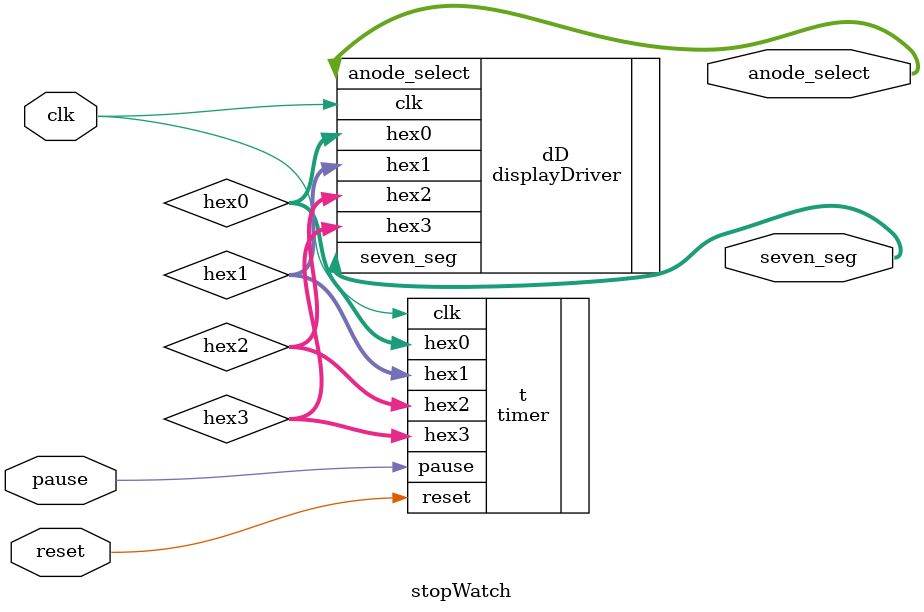
<source format=v>
`timescale 1ns / 1ps


module stopWatch(
    input clk,
    input reset,
    input pause,
    output [3:0] anode_select,
    output [7:0] seven_seg
    );
    
    wire [3:0] hex3,hex2,hex1,hex0;
    //wire d_pause,d_reset;
    timer t ( 
                .clk(clk),
                .reset(reset),
                .pause(pause),
                .hex3(hex3),
                .hex2(hex2),
                .hex1(hex1),
                .hex0(hex0)
                );
                
   displayDriver dD(
                .clk(clk),
                .hex3(hex3),
                .hex2(hex2),
                .hex1(hex1),
                .hex0(hex0),
                .anode_select(anode_select),
                .seven_seg(seven_seg)
   );
   
//   debounce pausebtn(
//                 .clk(clk), 
//                 .n_reset(1),
//                 .button_in(pause),
//                 .DB_out(d_pause)
//   );
   
//   debounce resetbtn(
//                 .clk(clk), 
//                 .n_reset(1),
//                 .button_in(reset),
//                 .DB_out(d_reset)
//   );
endmodule

</source>
